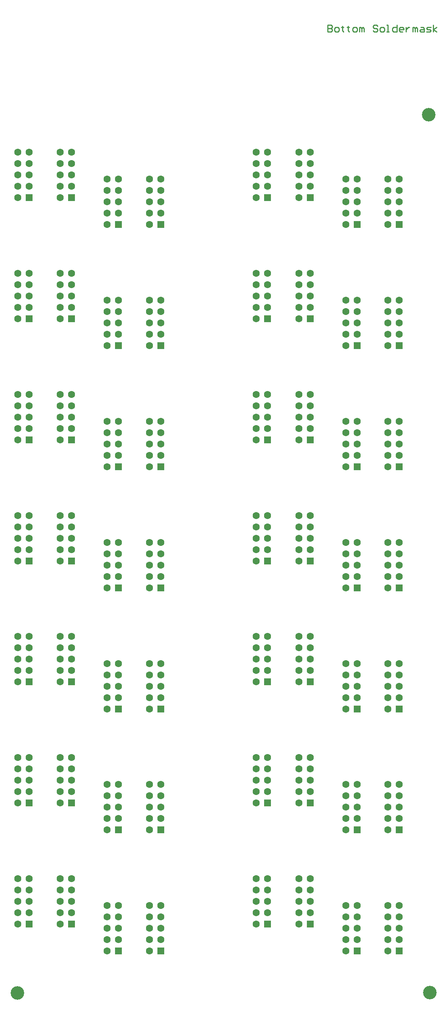
<source format=gbs>
G04 Layer_Color=16711935*
%FSLAX24Y24*%
%MOIN*%
G70*
G01*
G75*
%ADD12C,0.0100*%
G04:AMPARAMS|DCode=52|XSize=118.7mil|YSize=118.7mil|CornerRadius=59.4mil|HoleSize=0mil|Usage=FLASHONLY|Rotation=90.000|XOffset=0mil|YOffset=0mil|HoleType=Round|Shape=RoundedRectangle|*
%AMROUNDEDRECTD52*
21,1,0.1187,0.0000,0,0,90.0*
21,1,0.0000,0.1187,0,0,90.0*
1,1,0.1187,0.0000,0.0000*
1,1,0.1187,0.0000,0.0000*
1,1,0.1187,0.0000,0.0000*
1,1,0.1187,0.0000,0.0000*
%
%ADD52ROUNDEDRECTD52*%
%ADD63R,0.0631X0.0631*%
%ADD64C,0.0631*%
G54D12*
X32327Y86525D02*
Y85925D01*
X32627D01*
X32727Y86025D01*
Y86125D01*
X32627Y86225D01*
X32327D01*
X32627D01*
X32727Y86325D01*
Y86425D01*
X32627Y86525D01*
X32327D01*
X33027Y85925D02*
X33226D01*
X33326Y86025D01*
Y86225D01*
X33226Y86325D01*
X33027D01*
X32927Y86225D01*
Y86025D01*
X33027Y85925D01*
X33626Y86425D02*
Y86325D01*
X33526D01*
X33726D01*
X33626D01*
Y86025D01*
X33726Y85925D01*
X34126Y86425D02*
Y86325D01*
X34026D01*
X34226D01*
X34126D01*
Y86025D01*
X34226Y85925D01*
X34626D02*
X34826D01*
X34926Y86025D01*
Y86225D01*
X34826Y86325D01*
X34626D01*
X34526Y86225D01*
Y86025D01*
X34626Y85925D01*
X35126D02*
Y86325D01*
X35226D01*
X35326Y86225D01*
Y85925D01*
Y86225D01*
X35426Y86325D01*
X35526Y86225D01*
Y85925D01*
X36725Y86425D02*
X36625Y86525D01*
X36425D01*
X36325Y86425D01*
Y86325D01*
X36425Y86225D01*
X36625D01*
X36725Y86125D01*
Y86025D01*
X36625Y85925D01*
X36425D01*
X36325Y86025D01*
X37025Y85925D02*
X37225D01*
X37325Y86025D01*
Y86225D01*
X37225Y86325D01*
X37025D01*
X36925Y86225D01*
Y86025D01*
X37025Y85925D01*
X37525D02*
X37725D01*
X37625D01*
Y86525D01*
X37525D01*
X38425D02*
Y85925D01*
X38125D01*
X38025Y86025D01*
Y86225D01*
X38125Y86325D01*
X38425D01*
X38925Y85925D02*
X38725D01*
X38625Y86025D01*
Y86225D01*
X38725Y86325D01*
X38925D01*
X39025Y86225D01*
Y86125D01*
X38625D01*
X39225Y86325D02*
Y85925D01*
Y86125D01*
X39325Y86225D01*
X39424Y86325D01*
X39524D01*
X39824Y85925D02*
Y86325D01*
X39924D01*
X40024Y86225D01*
Y85925D01*
Y86225D01*
X40124Y86325D01*
X40224Y86225D01*
Y85925D01*
X40524Y86325D02*
X40724D01*
X40824Y86225D01*
Y85925D01*
X40524D01*
X40424Y86025D01*
X40524Y86125D01*
X40824D01*
X41024Y85925D02*
X41324D01*
X41424Y86025D01*
X41324Y86125D01*
X41124D01*
X41024Y86225D01*
X41124Y86325D01*
X41424D01*
X41624Y85925D02*
Y86525D01*
Y86125D02*
X41924Y86325D01*
X41624Y86125D02*
X41924Y85925D01*
G54D52*
X4989Y1289D02*
D03*
X41328Y1328D02*
D03*
X41228Y78627D02*
D03*
G54D63*
X30777Y7350D02*
D03*
X38635Y4973D02*
D03*
X34915D02*
D03*
X27027Y7350D02*
D03*
X30777Y18010D02*
D03*
X38635Y15633D02*
D03*
X34915D02*
D03*
X27027Y18010D02*
D03*
X30777Y28670D02*
D03*
X38635Y26293D02*
D03*
X34915D02*
D03*
X27027Y28670D02*
D03*
X30777Y39330D02*
D03*
X38635Y36953D02*
D03*
X34915D02*
D03*
X27027Y39330D02*
D03*
X30777Y49990D02*
D03*
X38635Y47613D02*
D03*
X34915D02*
D03*
X27027Y49990D02*
D03*
X30777Y60650D02*
D03*
X38635Y58273D02*
D03*
X34915D02*
D03*
X27027Y60650D02*
D03*
X30777Y71310D02*
D03*
X38635Y68933D02*
D03*
X34915D02*
D03*
X27027Y71310D02*
D03*
X9757Y7350D02*
D03*
X17615Y4973D02*
D03*
X13895D02*
D03*
X6007Y7350D02*
D03*
X9757Y18010D02*
D03*
X17615Y15633D02*
D03*
X13895D02*
D03*
X6007Y18010D02*
D03*
X9757Y28670D02*
D03*
X17615Y26293D02*
D03*
X13895D02*
D03*
X6007Y28670D02*
D03*
X9757Y39330D02*
D03*
X17615Y36953D02*
D03*
X13895D02*
D03*
X6007Y39330D02*
D03*
X9757Y49990D02*
D03*
X17615Y47613D02*
D03*
X13895D02*
D03*
X6007Y49990D02*
D03*
X9757Y60650D02*
D03*
X17615Y58273D02*
D03*
X13895D02*
D03*
X6007Y60650D02*
D03*
X9757Y71310D02*
D03*
X17615Y68933D02*
D03*
X13895D02*
D03*
X6007Y71310D02*
D03*
G54D64*
X29777Y7350D02*
D03*
X30777Y8350D02*
D03*
X29777D02*
D03*
X30777Y9350D02*
D03*
X29777D02*
D03*
X30777Y10350D02*
D03*
X29777D02*
D03*
X30777Y11350D02*
D03*
X29777D02*
D03*
X37635Y8973D02*
D03*
X38635D02*
D03*
X37635Y7973D02*
D03*
X38635D02*
D03*
X37635Y6973D02*
D03*
X38635D02*
D03*
X37635Y5973D02*
D03*
X38635D02*
D03*
X37635Y4973D02*
D03*
X33915Y8973D02*
D03*
X34915D02*
D03*
X33915Y7973D02*
D03*
X34915D02*
D03*
X33915Y6973D02*
D03*
X34915D02*
D03*
X33915Y5973D02*
D03*
X34915D02*
D03*
X33915Y4973D02*
D03*
X26027Y7350D02*
D03*
X27027Y8350D02*
D03*
X26027D02*
D03*
X27027Y9350D02*
D03*
X26027D02*
D03*
X27027Y10350D02*
D03*
X26027D02*
D03*
X27027Y11350D02*
D03*
X26027D02*
D03*
X29777Y18010D02*
D03*
X30777Y19010D02*
D03*
X29777D02*
D03*
X30777Y20010D02*
D03*
X29777D02*
D03*
X30777Y21010D02*
D03*
X29777D02*
D03*
X30777Y22010D02*
D03*
X29777D02*
D03*
X37635Y19633D02*
D03*
X38635D02*
D03*
X37635Y18633D02*
D03*
X38635D02*
D03*
X37635Y17633D02*
D03*
X38635D02*
D03*
X37635Y16633D02*
D03*
X38635D02*
D03*
X37635Y15633D02*
D03*
X33915Y19633D02*
D03*
X34915D02*
D03*
X33915Y18633D02*
D03*
X34915D02*
D03*
X33915Y17633D02*
D03*
X34915D02*
D03*
X33915Y16633D02*
D03*
X34915D02*
D03*
X33915Y15633D02*
D03*
X26027Y18010D02*
D03*
X27027Y19010D02*
D03*
X26027D02*
D03*
X27027Y20010D02*
D03*
X26027D02*
D03*
X27027Y21010D02*
D03*
X26027D02*
D03*
X27027Y22010D02*
D03*
X26027D02*
D03*
X29777Y28670D02*
D03*
X30777Y29670D02*
D03*
X29777D02*
D03*
X30777Y30670D02*
D03*
X29777D02*
D03*
X30777Y31670D02*
D03*
X29777D02*
D03*
X30777Y32670D02*
D03*
X29777D02*
D03*
X37635Y30293D02*
D03*
X38635D02*
D03*
X37635Y29293D02*
D03*
X38635D02*
D03*
X37635Y28293D02*
D03*
X38635D02*
D03*
X37635Y27293D02*
D03*
X38635D02*
D03*
X37635Y26293D02*
D03*
X33915Y30293D02*
D03*
X34915D02*
D03*
X33915Y29293D02*
D03*
X34915D02*
D03*
X33915Y28293D02*
D03*
X34915D02*
D03*
X33915Y27293D02*
D03*
X34915D02*
D03*
X33915Y26293D02*
D03*
X26027Y28670D02*
D03*
X27027Y29670D02*
D03*
X26027D02*
D03*
X27027Y30670D02*
D03*
X26027D02*
D03*
X27027Y31670D02*
D03*
X26027D02*
D03*
X27027Y32670D02*
D03*
X26027D02*
D03*
X29777Y39330D02*
D03*
X30777Y40330D02*
D03*
X29777D02*
D03*
X30777Y41330D02*
D03*
X29777D02*
D03*
X30777Y42330D02*
D03*
X29777D02*
D03*
X30777Y43330D02*
D03*
X29777D02*
D03*
X37635Y40953D02*
D03*
X38635D02*
D03*
X37635Y39953D02*
D03*
X38635D02*
D03*
X37635Y38953D02*
D03*
X38635D02*
D03*
X37635Y37953D02*
D03*
X38635D02*
D03*
X37635Y36953D02*
D03*
X33915Y40953D02*
D03*
X34915D02*
D03*
X33915Y39953D02*
D03*
X34915D02*
D03*
X33915Y38953D02*
D03*
X34915D02*
D03*
X33915Y37953D02*
D03*
X34915D02*
D03*
X33915Y36953D02*
D03*
X26027Y39330D02*
D03*
X27027Y40330D02*
D03*
X26027D02*
D03*
X27027Y41330D02*
D03*
X26027D02*
D03*
X27027Y42330D02*
D03*
X26027D02*
D03*
X27027Y43330D02*
D03*
X26027D02*
D03*
X29777Y49990D02*
D03*
X30777Y50990D02*
D03*
X29777D02*
D03*
X30777Y51990D02*
D03*
X29777D02*
D03*
X30777Y52990D02*
D03*
X29777D02*
D03*
X30777Y53990D02*
D03*
X29777D02*
D03*
X37635Y51613D02*
D03*
X38635D02*
D03*
X37635Y50613D02*
D03*
X38635D02*
D03*
X37635Y49613D02*
D03*
X38635D02*
D03*
X37635Y48613D02*
D03*
X38635D02*
D03*
X37635Y47613D02*
D03*
X33915Y51613D02*
D03*
X34915D02*
D03*
X33915Y50613D02*
D03*
X34915D02*
D03*
X33915Y49613D02*
D03*
X34915D02*
D03*
X33915Y48613D02*
D03*
X34915D02*
D03*
X33915Y47613D02*
D03*
X26027Y49990D02*
D03*
X27027Y50990D02*
D03*
X26027D02*
D03*
X27027Y51990D02*
D03*
X26027D02*
D03*
X27027Y52990D02*
D03*
X26027D02*
D03*
X27027Y53990D02*
D03*
X26027D02*
D03*
X29777Y60650D02*
D03*
X30777Y61650D02*
D03*
X29777D02*
D03*
X30777Y62650D02*
D03*
X29777D02*
D03*
X30777Y63650D02*
D03*
X29777D02*
D03*
X30777Y64650D02*
D03*
X29777D02*
D03*
X37635Y62273D02*
D03*
X38635D02*
D03*
X37635Y61273D02*
D03*
X38635D02*
D03*
X37635Y60273D02*
D03*
X38635D02*
D03*
X37635Y59273D02*
D03*
X38635D02*
D03*
X37635Y58273D02*
D03*
X33915Y62273D02*
D03*
X34915D02*
D03*
X33915Y61273D02*
D03*
X34915D02*
D03*
X33915Y60273D02*
D03*
X34915D02*
D03*
X33915Y59273D02*
D03*
X34915D02*
D03*
X33915Y58273D02*
D03*
X26027Y60650D02*
D03*
X27027Y61650D02*
D03*
X26027D02*
D03*
X27027Y62650D02*
D03*
X26027D02*
D03*
X27027Y63650D02*
D03*
X26027D02*
D03*
X27027Y64650D02*
D03*
X26027D02*
D03*
X29777Y71310D02*
D03*
X30777Y72310D02*
D03*
X29777D02*
D03*
X30777Y73310D02*
D03*
X29777D02*
D03*
X30777Y74310D02*
D03*
X29777D02*
D03*
X30777Y75310D02*
D03*
X29777D02*
D03*
X37635Y72933D02*
D03*
X38635D02*
D03*
X37635Y71933D02*
D03*
X38635D02*
D03*
X37635Y70933D02*
D03*
X38635D02*
D03*
X37635Y69933D02*
D03*
X38635D02*
D03*
X37635Y68933D02*
D03*
X33915Y72933D02*
D03*
X34915D02*
D03*
X33915Y71933D02*
D03*
X34915D02*
D03*
X33915Y70933D02*
D03*
X34915D02*
D03*
X33915Y69933D02*
D03*
X34915D02*
D03*
X33915Y68933D02*
D03*
X26027Y71310D02*
D03*
X27027Y72310D02*
D03*
X26027D02*
D03*
X27027Y73310D02*
D03*
X26027D02*
D03*
X27027Y74310D02*
D03*
X26027D02*
D03*
X27027Y75310D02*
D03*
X26027D02*
D03*
X8757Y7350D02*
D03*
X9757Y8350D02*
D03*
X8757D02*
D03*
X9757Y9350D02*
D03*
X8757D02*
D03*
X9757Y10350D02*
D03*
X8757D02*
D03*
X9757Y11350D02*
D03*
X8757D02*
D03*
X16615Y8973D02*
D03*
X17615D02*
D03*
X16615Y7973D02*
D03*
X17615D02*
D03*
X16615Y6973D02*
D03*
X17615D02*
D03*
X16615Y5973D02*
D03*
X17615D02*
D03*
X16615Y4973D02*
D03*
X12895Y8973D02*
D03*
X13895D02*
D03*
X12895Y7973D02*
D03*
X13895D02*
D03*
X12895Y6973D02*
D03*
X13895D02*
D03*
X12895Y5973D02*
D03*
X13895D02*
D03*
X12895Y4973D02*
D03*
X5007Y7350D02*
D03*
X6007Y8350D02*
D03*
X5007D02*
D03*
X6007Y9350D02*
D03*
X5007D02*
D03*
X6007Y10350D02*
D03*
X5007D02*
D03*
X6007Y11350D02*
D03*
X5007D02*
D03*
X8757Y18010D02*
D03*
X9757Y19010D02*
D03*
X8757D02*
D03*
X9757Y20010D02*
D03*
X8757D02*
D03*
X9757Y21010D02*
D03*
X8757D02*
D03*
X9757Y22010D02*
D03*
X8757D02*
D03*
X16615Y19633D02*
D03*
X17615D02*
D03*
X16615Y18633D02*
D03*
X17615D02*
D03*
X16615Y17633D02*
D03*
X17615D02*
D03*
X16615Y16633D02*
D03*
X17615D02*
D03*
X16615Y15633D02*
D03*
X12895Y19633D02*
D03*
X13895D02*
D03*
X12895Y18633D02*
D03*
X13895D02*
D03*
X12895Y17633D02*
D03*
X13895D02*
D03*
X12895Y16633D02*
D03*
X13895D02*
D03*
X12895Y15633D02*
D03*
X5007Y18010D02*
D03*
X6007Y19010D02*
D03*
X5007D02*
D03*
X6007Y20010D02*
D03*
X5007D02*
D03*
X6007Y21010D02*
D03*
X5007D02*
D03*
X6007Y22010D02*
D03*
X5007D02*
D03*
X8757Y28670D02*
D03*
X9757Y29670D02*
D03*
X8757D02*
D03*
X9757Y30670D02*
D03*
X8757D02*
D03*
X9757Y31670D02*
D03*
X8757D02*
D03*
X9757Y32670D02*
D03*
X8757D02*
D03*
X16615Y30293D02*
D03*
X17615D02*
D03*
X16615Y29293D02*
D03*
X17615D02*
D03*
X16615Y28293D02*
D03*
X17615D02*
D03*
X16615Y27293D02*
D03*
X17615D02*
D03*
X16615Y26293D02*
D03*
X12895Y30293D02*
D03*
X13895D02*
D03*
X12895Y29293D02*
D03*
X13895D02*
D03*
X12895Y28293D02*
D03*
X13895D02*
D03*
X12895Y27293D02*
D03*
X13895D02*
D03*
X12895Y26293D02*
D03*
X5007Y28670D02*
D03*
X6007Y29670D02*
D03*
X5007D02*
D03*
X6007Y30670D02*
D03*
X5007D02*
D03*
X6007Y31670D02*
D03*
X5007D02*
D03*
X6007Y32670D02*
D03*
X5007D02*
D03*
X8757Y39330D02*
D03*
X9757Y40330D02*
D03*
X8757D02*
D03*
X9757Y41330D02*
D03*
X8757D02*
D03*
X9757Y42330D02*
D03*
X8757D02*
D03*
X9757Y43330D02*
D03*
X8757D02*
D03*
X16615Y40953D02*
D03*
X17615D02*
D03*
X16615Y39953D02*
D03*
X17615D02*
D03*
X16615Y38953D02*
D03*
X17615D02*
D03*
X16615Y37953D02*
D03*
X17615D02*
D03*
X16615Y36953D02*
D03*
X12895Y40953D02*
D03*
X13895D02*
D03*
X12895Y39953D02*
D03*
X13895D02*
D03*
X12895Y38953D02*
D03*
X13895D02*
D03*
X12895Y37953D02*
D03*
X13895D02*
D03*
X12895Y36953D02*
D03*
X5007Y39330D02*
D03*
X6007Y40330D02*
D03*
X5007D02*
D03*
X6007Y41330D02*
D03*
X5007D02*
D03*
X6007Y42330D02*
D03*
X5007D02*
D03*
X6007Y43330D02*
D03*
X5007D02*
D03*
X8757Y49990D02*
D03*
X9757Y50990D02*
D03*
X8757D02*
D03*
X9757Y51990D02*
D03*
X8757D02*
D03*
X9757Y52990D02*
D03*
X8757D02*
D03*
X9757Y53990D02*
D03*
X8757D02*
D03*
X16615Y51613D02*
D03*
X17615D02*
D03*
X16615Y50613D02*
D03*
X17615D02*
D03*
X16615Y49613D02*
D03*
X17615D02*
D03*
X16615Y48613D02*
D03*
X17615D02*
D03*
X16615Y47613D02*
D03*
X12895Y51613D02*
D03*
X13895D02*
D03*
X12895Y50613D02*
D03*
X13895D02*
D03*
X12895Y49613D02*
D03*
X13895D02*
D03*
X12895Y48613D02*
D03*
X13895D02*
D03*
X12895Y47613D02*
D03*
X5007Y49990D02*
D03*
X6007Y50990D02*
D03*
X5007D02*
D03*
X6007Y51990D02*
D03*
X5007D02*
D03*
X6007Y52990D02*
D03*
X5007D02*
D03*
X6007Y53990D02*
D03*
X5007D02*
D03*
X8757Y60650D02*
D03*
X9757Y61650D02*
D03*
X8757D02*
D03*
X9757Y62650D02*
D03*
X8757D02*
D03*
X9757Y63650D02*
D03*
X8757D02*
D03*
X9757Y64650D02*
D03*
X8757D02*
D03*
X16615Y62273D02*
D03*
X17615D02*
D03*
X16615Y61273D02*
D03*
X17615D02*
D03*
X16615Y60273D02*
D03*
X17615D02*
D03*
X16615Y59273D02*
D03*
X17615D02*
D03*
X16615Y58273D02*
D03*
X12895Y62273D02*
D03*
X13895D02*
D03*
X12895Y61273D02*
D03*
X13895D02*
D03*
X12895Y60273D02*
D03*
X13895D02*
D03*
X12895Y59273D02*
D03*
X13895D02*
D03*
X12895Y58273D02*
D03*
X5007Y60650D02*
D03*
X6007Y61650D02*
D03*
X5007D02*
D03*
X6007Y62650D02*
D03*
X5007D02*
D03*
X6007Y63650D02*
D03*
X5007D02*
D03*
X6007Y64650D02*
D03*
X5007D02*
D03*
X8757Y71310D02*
D03*
X9757Y72310D02*
D03*
X8757D02*
D03*
X9757Y73310D02*
D03*
X8757D02*
D03*
X9757Y74310D02*
D03*
X8757D02*
D03*
X9757Y75310D02*
D03*
X8757D02*
D03*
X16615Y72933D02*
D03*
X17615D02*
D03*
X16615Y71933D02*
D03*
X17615D02*
D03*
X16615Y70933D02*
D03*
X17615D02*
D03*
X16615Y69933D02*
D03*
X17615D02*
D03*
X16615Y68933D02*
D03*
X12895Y72933D02*
D03*
X13895D02*
D03*
X12895Y71933D02*
D03*
X13895D02*
D03*
X12895Y70933D02*
D03*
X13895D02*
D03*
X12895Y69933D02*
D03*
X13895D02*
D03*
X12895Y68933D02*
D03*
X5007Y71310D02*
D03*
X6007Y72310D02*
D03*
X5007D02*
D03*
X6007Y73310D02*
D03*
X5007D02*
D03*
X6007Y74310D02*
D03*
X5007D02*
D03*
X6007Y75310D02*
D03*
X5007D02*
D03*
M02*

</source>
